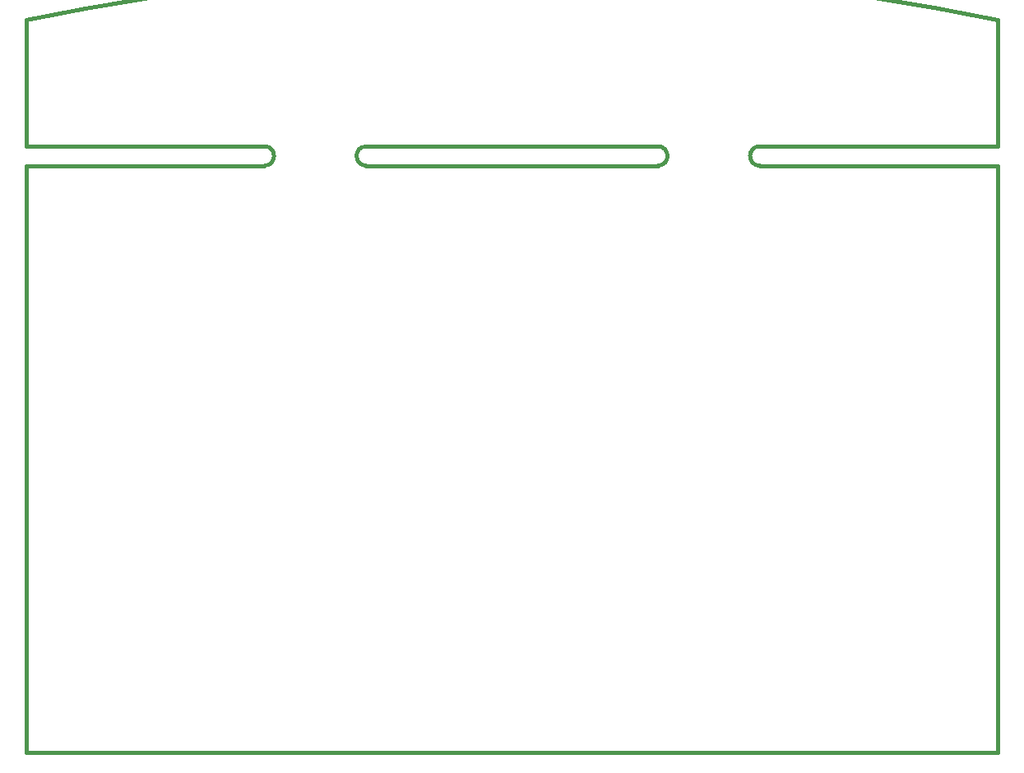
<source format=gm1>
G04 #@! TF.FileFunction,Profile,NP*
%FSLAX46Y46*%
G04 Gerber Fmt 4.6, Leading zero omitted, Abs format (unit mm)*
G04 Created by KiCad (PCBNEW 4.0.7) date 06/03/18 23:49:29*
%MOMM*%
%LPD*%
G01*
G04 APERTURE LIST*
%ADD10C,0.100000*%
%ADD11C,0.400000*%
G04 APERTURE END LIST*
D10*
D11*
X100000000Y-80500000D02*
X100000000Y-20000000D01*
X0Y-80500000D02*
X100000000Y-80500000D01*
X0Y-20000000D02*
X0Y-80500000D01*
X65000000Y-20000000D02*
X35000000Y-20000000D01*
X35000000Y-18000000D02*
X65000000Y-18000000D01*
X100000000Y-18000000D02*
X75500000Y-18000000D01*
X75500000Y-18000000D02*
G75*
G03X75500000Y-20000000I0J-1000000D01*
G01*
X100000000Y-20000000D02*
X75500000Y-20000000D01*
X65000000Y-20000002D02*
G75*
G03X65000000Y-18000000I0J1000001D01*
G01*
X35000000Y-18000000D02*
G75*
G03X35000000Y-20000000I0J-1000000D01*
G01*
X24500000Y-20000000D02*
G75*
G03X24500000Y-18000000I0J1000000D01*
G01*
X0Y-20000000D02*
X24500000Y-20000000D01*
X99993173Y-4998584D02*
G75*
G03X0Y-5000000I-49993173J-241001416D01*
G01*
X0Y-18009611D02*
X0Y-5000000D01*
X0Y-18000000D02*
X24500000Y-18000000D01*
X100000000Y-18000000D02*
X100000000Y-5000000D01*
M02*

</source>
